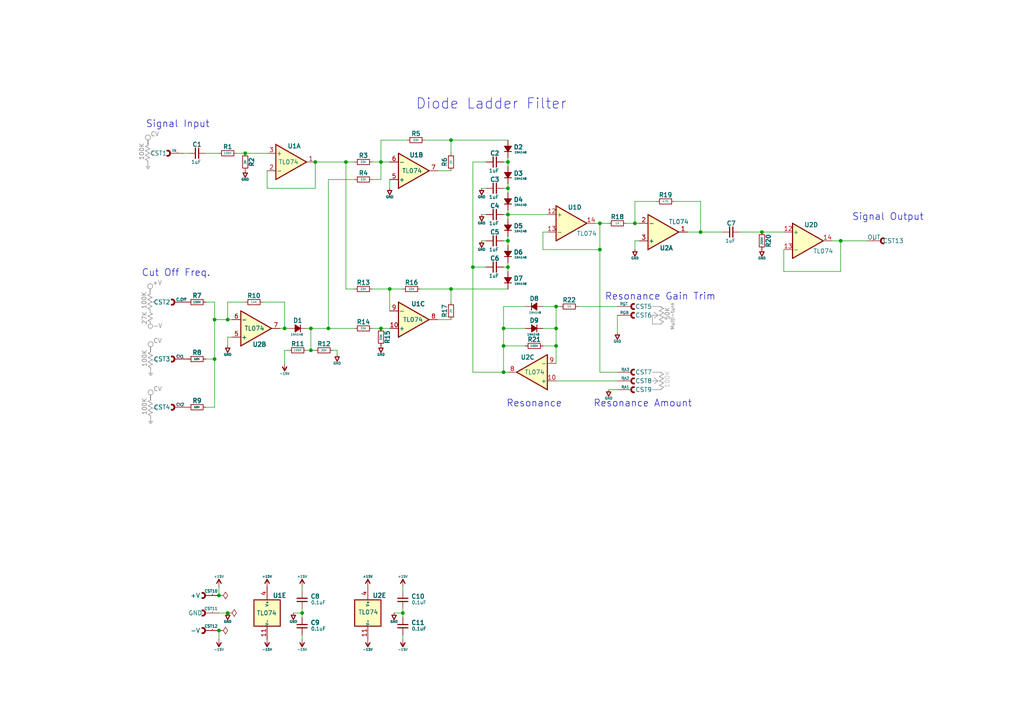
<source format=kicad_sch>
(kicad_sch (version 20250114) (generator "eeschema") (generator_version "9.0")
  (paper "A4")
  (title_block (title "Synth CHIPz module - Klein VCF") (date "2025-11-02") (rev "A") (company "Circuit Monkey") (comment 1 "MIT License") (comment 2 "https://www.youtube.com/watch?v=jvNNgUl3al0") (comment 3 "Based upon Moritz Klein's Diode Ladder Filter Design"))
  (circle (center 43.6099 94.6032) (radius 0.6403) (stroke (width 0) (color 132 132 132 0.59)))
  (circle (center 42.8888 39.8708) (radius 0.7297) (stroke (width 0) (color 132 132 132 0.6)))
  (circle (center 43.6817 99.8233) (radius 0.7297) (stroke (width 0) (color 132 132 132 0.59)))
  (circle (center 43.6817 113.7933) (radius 0.7297) (stroke (width 0) (color 132 132 132 0.59)))
  (circle (center 43.5608 83.0217) (radius 0.7297) (stroke (width 0) (color 132 132 132 0.59)))
  (text "+V" (at 45.5991 82.2584 0) (effects (font (size 1.27 1.27))))
  (text "CV" (at 45.72 113.03 0) (effects (font (size 1.27 1.27))))
  (text "100K" (at 41.91 118.11 90) (effects (font (size 1.27 1.27))))
  (text "CV" (at 45.72 99.06 0) (effects (font (size 1.27 1.27))))
  (text "100K" (at 193.548 110.236 90) (effects (font (size 1.27 1.27))))
  (text "100K" (at 41.91 104.14 90) (effects (font (size 1.27 1.27))))
  (text "Resonance" (at 154.94 117.094 0) (effects (font (size 2 2))))
  (text "CV" (at 44.9271 39.1075 0) (effects (font (size 1.27 1.27))))
  (text "100K" (at 41.1171 44.1875 90) (effects (font (size 1.27 1.27))))
  (text "Cut Off Freq." (at 51.054 79.248 0) (effects (font (size 2 2))))
  (text "Resonance Gain Trim" (at 191.516 86.106 0) (effects (font (size 2 2))))
  (text "Signal Input" (at 51.562 36.068 0) (effects (font (size 2 2))))
  (text "Diode Ladder Filter" (at 142.494 30.226 0) (effects (font (size 3 3))))
  (text "-V" (at 45.72 94.742 0) (effects (font (size 1.27 1.27))))
  (text "Multi-turn" (at 195.072 91.948 90) (effects (font (size 1 1))))
  (text "27K" (at 41.91 92.456 90) (effects (font (size 1.27 1.27))))
  (text "100K" (at 41.7891 87.3384 90) (effects (font (size 1.27 1.27))))
  (text "Resonance Amount" (at 186.436 117.094 0) (effects (font (size 2 2))))
  (text "50K" (at 193.548 91.186 90) (effects (font (size 1.27 1.27))))
  (text "Signal Output" (at 257.556 62.992 0) (effects (font (size 2 2))))
  (junction (at 161.29 88.9))
  (junction (at 66.04 92.71))
  (junction (at 147.32 54.61))
  (junction (at 110.49 95.25))
  (junction (at 147.32 69.85))
  (junction (at 110.49 46.99))
  (junction (at 220.98 67.31))
  (junction (at 173.99 72.39))
  (junction (at 137.16 77.47))
  (junction (at 146.05 100.33))
  (junction (at 173.99 64.77))
  (junction (at 147.32 46.99))
  (junction (at 90.17 101.6))
  (junction (at 91.44 46.99))
  (junction (at 243.84 69.85))
  (junction (at 63.5 182.88))
  (junction (at 87.63 177.8))
  (junction (at 130.81 40.64))
  (junction (at 146.05 107.95))
  (junction (at 63.5 172.72))
  (junction (at 95.25 95.25))
  (junction (at 130.81 83.82))
  (junction (at 71.12 44.45))
  (junction (at 66.04 177.8))
  (junction (at 90.17 95.25))
  (junction (at 147.32 77.47))
  (junction (at 161.29 100.33))
  (junction (at 184.15 64.77))
  (junction (at 62.23 104.14))
  (junction (at 161.29 95.25))
  (junction (at 62.23 92.71))
  (junction (at 147.32 62.23))
  (junction (at 100.33 46.99))
  (junction (at 203.2 67.31))
  (junction (at 116.84 177.8))
  (junction (at 113.03 83.82))
  (junction (at 146.05 95.25))
  (junction (at 82.55 95.25))
  (polyline (pts (xy 189.23 107.95) (xy 191.77 107.95)) (stroke (width 0) (color 132 132 132 0.49)))
  (wire (pts (xy 113.03 52.07) (xy 113.03 54.61)))
  (wire (pts (xy 146.05 95.25) (xy 146.05 100.33)))
  (wire (pts (xy 127 92.71) (xy 130.81 92.71)))
  (polyline (pts (xy 191.77 107.95) (xy 191.77 107.95)) (stroke (width 0) (color 132 132 132 0.49)))
  (polyline (pts (xy 191.77 113.03) (xy 191.77 113.03)) (stroke (width 0) (color 132 132 132 0.49)))
  (wire (pts (xy 130.81 40.64) (xy 130.81 44.45)))
  (polyline (pts (xy 43.5204 108.9309) (xy 43.8934 108.9309)) (stroke (width 0) (color 132 132 132 0.63)))
  (wire (pts (xy 62.23 92.71) (xy 62.23 104.14)))
  (wire (pts (xy 110.49 52.07) (xy 110.49 46.99)))
  (polyline (pts (xy 43.688 120.602) (xy 43.6813 120.602)) (stroke (width 0) (color 132 132 132 0.63)))
  (polyline (pts (xy 42.9741 102.4153) (xy 44.2454 103.1066)) (stroke (width 0) (color 132 132 132 0.63)))
  (polyline (pts (xy 42.9734 118.9305) (xy 44.2417 118.3525)) (stroke (width 0) (color 132 132 132 0.63)))
  (polyline (pts (xy 42.8951 41.9015) (xy 42.8951 42.188)) (stroke (width 0) (color 132 132 132 0.58)))
  (polyline (pts (xy 42.8495 88.1596) (xy 44.1208 88.8509)) (stroke (width 0) (color 132 132 132 0.63)))
  (polyline (pts (xy 191.77 88.9) (xy 191.77 88.9)) (stroke (width 0) (color 132 132 132 0.49)))
  (polyline (pts (xy 192.485 112.3311) (xy 191.8052 112.7165)) (stroke (width 0) (color 132 132 132 0.49)))
  (wire (pts (xy 161.29 88.9) (xy 161.29 95.25)))
  (polyline (pts (xy 42.8951 40.6315) (xy 42.8951 41.9015)) (stroke (width 0) (color 132 132 132 0.58)))
  (polyline (pts (xy 42.973 120.2051) (xy 43.6528 120.5905)) (stroke (width 0) (color 132 132 132 0.63)))
  (wire (pts (xy 184.15 64.77) (xy 185.42 64.77)))
  (wire (pts (xy 203.2 67.31) (xy 199.39 67.31)))
  (wire (pts (xy 147.32 76.2) (xy 147.32 77.47)))
  (wire (pts (xy 63.5 177.8) (xy 66.04 177.8)))
  (wire (pts (xy 147.32 46.99) (xy 147.32 48.26)))
  (polyline (pts (xy 43.5671 90.1324) (xy 43.5671 89.8304)) (stroke (width 0) (color 132 132 132 0.63)))
  (wire (pts (xy 87.63 176.53) (xy 87.63 177.8)))
  (polyline (pts (xy 192.4846 111.0565) (xy 191.2163 110.4785)) (stroke (width 0) (color 132 132 132 0.49)))
  (polyline (pts (xy 191.77 88.9) (xy 191.77 88.9)) (stroke (width 0) (color 132 132 132 0.49)))
  (polyline (pts (xy 42.1831 46.2819) (xy 43.4514 45.7039)) (stroke (width 0) (color 132 132 132 0.58)))
  (polyline (pts (xy 192.4876 111.0572) (xy 191.2163 111.7485)) (stroke (width 0) (color 132 132 132 0.49)))
  (wire (pts (xy 116.84 176.53) (xy 116.84 177.8)))
  (polyline (pts (xy 189.23 88.9) (xy 191.77 88.9)) (stroke (width 0) (color 132 132 132 0.49)))
  (polyline (pts (xy 45.5634 88.3797) (xy 44.4907 87.6088)) (stroke (width 0) (color 132 132 132 0.63)))
  (wire (pts (xy 146.05 77.47) (xy 147.32 77.47)))
  (polyline (pts (xy 42.9734 103.6917) (xy 44.2417 103.1137)) (stroke (width 0) (color 132 132 132 0.63)))
  (polyline (pts (xy 43.5671 83.7824) (xy 43.5671 85.0524)) (stroke (width 0) (color 132 132 132 0.63)))
  (polyline (pts (xy 42.8525 88.1589) (xy 44.1208 87.5809)) (stroke (width 0) (color 132 132 132 0.63)))
  (polyline (pts (xy 43.688 106.934) (xy 43.688 106.632)) (stroke (width 0) (color 132 132 132 0.63)))
  (polyline (pts (xy 42.8532 85.6137) (xy 44.1245 86.305)) (stroke (width 0) (color 132 132 132 0.63)))
  (wire (pts (xy 59.69 87.63) (xy 62.23 87.63)))
  (polyline (pts (xy 192.4876 92.0072) (xy 191.2163 92.6985)) (stroke (width 0) (color 132 132 132 0.49)))
  (wire (pts (xy 184.15 58.42) (xy 184.15 64.77)))
  (polyline (pts (xy 42.8495 86.8908) (xy 44.1208 87.5821)) (stroke (width 0) (color 132 132 132 0.63)))
  (wire (pts (xy 107.95 52.07) (xy 110.49 52.07)))
  (wire (pts (xy 147.32 60.96) (xy 147.32 62.23)))
  (wire (pts (xy 100.33 46.99) (xy 102.87 46.99)))
  (wire (pts (xy 157.48 72.39) (xy 157.48 67.31)))
  (polyline (pts (xy 45.6843 119.1513) (xy 44.6116 118.3804)) (stroke (width 0) (color 132 132 132 0.63)))
  (polyline (pts (xy 43.5671 89.8304) (xy 43.5604 89.8304)) (stroke (width 0) (color 132 132 132 0.63)))
  (wire (pts (xy 88.9 95.25) (xy 90.17 95.25)))
  (wire (pts (xy 53.34 44.45) (xy 54.61 44.45)))
  (wire (pts (xy 90.17 101.6) (xy 88.9 101.6)))
  (wire (pts (xy 90.17 95.25) (xy 90.17 101.6)))
  (polyline (pts (xy 189.7821 90.5681) (xy 190.8464 91.4396)) (stroke (width 0) (color 132 132 132 0.49)))
  (polyline (pts (xy 43.5671 83.7824) (xy 43.5671 85.0524)) (stroke (width 0) (color 132 132 132 0.63)))
  (wire (pts (xy 77.47 49.53) (xy 77.47 54.61)))
  (wire (pts (xy 62.23 104.14) (xy 62.23 118.11)))
  (polyline (pts (xy 42.9734 104.9605) (xy 44.2417 104.3825)) (stroke (width 0) (color 132 132 132 0.63)))
  (wire (pts (xy 85.09 177.8) (xy 87.63 177.8)))
  (wire (pts (xy 176.53 113.03) (xy 179.07 113.03)))
  (wire (pts (xy 203.2 58.42) (xy 203.2 67.31)))
  (wire (pts (xy 184.15 69.85) (xy 184.15 72.39)))
  (wire (pts (xy 173.99 64.77) (xy 173.99 72.39)))
  (wire (pts (xy 121.92 83.82) (xy 130.81 83.82)))
  (wire (pts (xy 66.04 92.71) (xy 67.31 92.71)))
  (polyline (pts (xy 42.9507 92.9304) (xy 44.219 92.3524)) (stroke (width 0) (color 132 132 132 0.63)))
  (wire (pts (xy 243.84 78.74) (xy 243.84 69.85)))
  (polyline (pts (xy 43.0572 122.2201) (xy 44.3272 122.2201)) (stroke (width 0) (color 132 132 132 0.63)))
  (polyline (pts (xy 44.6116 104.4104) (xy 44.6116 104.3936)) (stroke (width 0) (color 132 132 132 0.63)))
  (wire (pts (xy 146.05 88.9) (xy 146.05 95.25)))
  (wire (pts (xy 146.05 100.33) (xy 146.05 107.95)))
  (wire (pts (xy 147.32 54.61) (xy 147.32 55.88)))
  (wire (pts (xy 63.5 170.18) (xy 63.5 172.72)))
  (polyline (pts (xy 43.5215 122.884) (xy 43.8945 122.884)) (stroke (width 0) (color 132 132 132 0.63)))
  (wire (pts (xy 116.84 177.8) (xy 116.84 179.07)))
  (polyline (pts (xy 191.77 107.95) (xy 191.77 108.2365)) (stroke (width 0) (color 132 132 132 0.49)))
  (polyline (pts (xy 189.23 93.98) (xy 191.77 93.98)) (stroke (width 0) (color 132 132 132 0.49)))
  (wire (pts (xy 123.19 40.64) (xy 130.81 40.64)))
  (polyline (pts (xy 189.23 91.44) (xy 189.23 93.98)) (stroke (width 0) (color 132 132 132 0.49)))
  (wire (pts (xy 203.2 67.31) (xy 209.55 67.31)))
  (polyline (pts (xy 43.688 100.584) (xy 43.688 101.854)) (stroke (width 0) (color 132 132 132 0.63)))
  (wire (pts (xy 116.84 184.15) (xy 116.84 185.42)))
  (wire (pts (xy 95.25 95.25) (xy 102.87 95.25)))
  (wire (pts (xy 81.28 95.25) (xy 82.55 95.25)))
  (polyline (pts (xy 42.1842 42.4621) (xy 42.909 42.1829)) (stroke (width 0) (color 132 132 132 0.58)))
  (wire (pts (xy 91.44 46.99) (xy 100.33 46.99)))
  (polyline (pts (xy 192.4876 90.7384) (xy 191.2163 91.4297)) (stroke (width 0) (color 132 132 132 0.49)))
  (polyline (pts (xy 190.8464 110.5064) (xy 190.8464 110.4896)) (stroke (width 0) (color 132 132 132 0.49)))
  (polyline (pts (xy 42.7286 48.9615) (xy 43.1016 48.9615)) (stroke (width 0) (color 132 132 132 0.58)))
  (wire (pts (xy 146.05 62.23) (xy 147.32 62.23)))
  (polyline (pts (xy 42.8562 85.613) (xy 43.581 85.3338)) (stroke (width 0) (color 132 132 132 0.63)))
  (polyline (pts (xy 43.688 115.824) (xy 43.688 116.1105)) (stroke (width 0) (color 132 132 132 0.63)))
  (polyline (pts (xy 191.77 112.728) (xy 191.7767 112.728)) (stroke (width 0) (color 132 132 132 0.49)))
  (wire (pts (xy 97.79 101.6) (xy 96.52 101.6)))
  (polyline (pts (xy 43.688 100.584) (xy 43.688 101.854)) (stroke (width 0) (color 132 132 132 0.63)))
  (wire (pts (xy 110.49 95.25) (xy 113.03 95.25)))
  (wire (pts (xy 147.32 62.23) (xy 158.75 62.23)))
  (polyline (pts (xy 43.688 100.584) (xy 43.688 101.854)) (stroke (width 0) (color 132 132 132 0.63)))
  (wire (pts (xy 110.49 40.64) (xy 110.49 46.99)))
  (polyline (pts (xy 42.8951 40.6315) (xy 42.8951 41.9015)) (stroke (width 0) (color 132 132 132 0.58)))
  (wire (pts (xy 227.33 72.39) (xy 227.33 78.74)))
  (wire (pts (xy 195.58 58.42) (xy 203.2 58.42)))
  (wire (pts (xy 243.84 69.85) (xy 251.46 69.85)))
  (wire (pts (xy 66.04 97.79) (xy 67.31 97.79)))
  (polyline (pts (xy 42.8951 42.188) (xy 42.8973 42.188)) (stroke (width 0) (color 132 132 132 0.58)))
  (polyline (pts (xy 43.5671 83.7824) (xy 43.5671 85.0524)) (stroke (width 0) (color 132 132 132 0.63)))
  (wire (pts (xy 87.63 184.15) (xy 87.63 185.42)))
  (polyline (pts (xy 191.77 107.95) (xy 191.77 107.95)) (stroke (width 0) (color 132 132 132 0.49)))
  (polyline (pts (xy 45.555 86.7205) (xy 44.4907 87.592)) (stroke (width 0) (color 132 132 132 0.63)))
  (wire (pts (xy 157.48 100.33) (xy 161.29 100.33)))
  (wire (pts (xy 59.69 104.14) (xy 62.23 104.14)))
  (wire (pts (xy 146.05 88.9) (xy 152.4 88.9)))
  (polyline (pts (xy 192.4809 89.4606) (xy 191.7561 89.1814)) (stroke (width 0) (color 132 132 132 0.49)))
  (wire (pts (xy 137.16 77.47) (xy 140.97 77.47)))
  (polyline (pts (xy 43.8187 44.4579) (xy 43.8187 44.4411)) (stroke (width 0) (color 132 132 132 0.58)))
  (polyline (pts (xy 191.77 93.98) (xy 191.77 93.678)) (stroke (width 0) (color 132 132 132 0.49)))
  (polyline (pts (xy 192.4846 109.7877) (xy 191.2163 109.2097)) (stroke (width 0) (color 132 132 132 0.49)))
  (wire (pts (xy 118.11 40.64) (xy 110.49 40.64)))
  (wire (pts (xy 95.25 52.07) (xy 102.87 52.07)))
  (polyline (pts (xy 42.8951 40.6315) (xy 42.8951 41.9015)) (stroke (width 0) (color 132 132 132 0.58)))
  (wire (pts (xy 100.33 83.82) (xy 102.87 83.82)))
  (polyline (pts (xy 43.688 114.554) (xy 43.688 115.824)) (stroke (width 0) (color 132 132 132 0.63)))
  (polyline (pts (xy 43.5671 90.1324) (xy 43.567 90.7185)) (stroke (width 0) (color 132 132 132 0.63)))
  (wire (pts (xy 137.16 46.99) (xy 137.16 77.47)))
  (polyline (pts (xy 42.8951 46.9815) (xy 42.8951 46.6795)) (stroke (width 0) (color 132 132 132 0.58)))
  (wire (pts (xy 82.55 105.41) (xy 82.55 101.6)))
  (wire (pts (xy 157.48 67.31) (xy 158.75 67.31)))
  (polyline (pts (xy 42.973 106.2351) (xy 43.6528 106.6205)) (stroke (width 0) (color 132 132 132 0.63)))
  (wire (pts (xy 172.72 64.77) (xy 173.99 64.77)))
  (wire (pts (xy 91.44 54.61) (xy 91.44 46.99)))
  (wire (pts (xy 59.69 44.45) (xy 63.5 44.45)))
  (polyline (pts (xy 45.6759 103.5221) (xy 44.6116 104.3936)) (stroke (width 0) (color 132 132 132 0.63)))
  (polyline (pts (xy 42.9704 103.6924) (xy 44.2417 104.3837)) (stroke (width 0) (color 132 132 132 0.63)))
  (wire (pts (xy 173.99 64.77) (xy 176.53 64.77)))
  (polyline (pts (xy 43.688 114.554) (xy 43.688 115.824)) (stroke (width 0) (color 132 132 132 0.63)))
  (wire (pts (xy 66.04 87.63) (xy 66.04 92.71)))
  (polyline (pts (xy 42.976 106.2344) (xy 44.2443 105.6564)) (stroke (width 0) (color 132 132 132 0.63)))
  (polyline (pts (xy 42.976 120.2044) (xy 44.2443 119.6264)) (stroke (width 0) (color 132 132 132 0.63)))
  (polyline (pts (xy 191.77 88.9) (xy 191.77 88.9)) (stroke (width 0) (color 132 132 132 0.49)))
  (wire (pts (xy 179.07 91.44) (xy 179.07 96.52)))
  (polyline (pts (xy 190.8464 91.4564) (xy 190.8464 91.4396)) (stroke (width 0) (color 132 132 132 0.49)))
  (wire (pts (xy 147.32 45.72) (xy 147.32 46.99)))
  (wire (pts (xy 127 49.53) (xy 130.81 49.53)))
  (polyline (pts (xy 42.8951 40.6315) (xy 42.8951 41.9015)) (stroke (width 0) (color 132 132 132 0.58)))
  (polyline (pts (xy 43.688 116.1105) (xy 43.6902 116.1105)) (stroke (width 0) (color 132 132 132 0.63)))
  (polyline (pts (xy 42.9481 91.6565) (xy 44.2164 91.0785)) (stroke (width 0) (color 132 132 132 0.63)))
  (polyline (pts (xy 42.9477 92.9311) (xy 43.6275 93.3165)) (stroke (width 0) (color 132 132 132 0.63)))
  (wire (pts (xy 76.2 87.63) (xy 82.55 87.63)))
  (wire (pts (xy 62.23 87.63) (xy 62.23 92.71)))
  (wire (pts (xy 146.05 95.25) (xy 152.4 95.25)))
  (wire (pts (xy 190.5 58.42) (xy 184.15 58.42)))
  (wire (pts (xy 227.33 78.74) (xy 243.84 78.74)))
  (wire (pts (xy 139.7 54.61) (xy 140.97 54.61)))
  (polyline (pts (xy 44.8914 45.2288) (xy 43.8187 44.4579)) (stroke (width 0) (color 132 132 132 0.58)))
  (polyline (pts (xy 42.1805 45.008) (xy 43.4488 44.43)) (stroke (width 0) (color 132 132 132 0.58)))
  (polyline (pts (xy 44.6116 118.3804) (xy 44.6116 118.3636)) (stroke (width 0) (color 132 132 132 0.63)))
  (wire (pts (xy 146.05 54.61) (xy 147.32 54.61)))
  (wire (pts (xy 90.17 95.25) (xy 95.25 95.25)))
  (polyline (pts (xy 189.7737 111.2773) (xy 190.8464 110.5064)) (stroke (width 0) (color 132 132 132 0.49)))
  (wire (pts (xy 77.47 54.61) (xy 91.44 54.61)))
  (polyline (pts (xy 42.2643 48.2976) (xy 43.5343 48.2976)) (stroke (width 0) (color 132 132 132 0.58)))
  (wire (pts (xy 220.98 67.31) (xy 227.33 67.31)))
  (polyline (pts (xy 189.23 110.49) (xy 190.5 110.49)) (stroke (width 0) (color 132 132 132 0.49)))
  (wire (pts (xy 147.32 69.85) (xy 147.32 71.12)))
  (polyline (pts (xy 42.1812 42.4628) (xy 43.4525 43.1541)) (stroke (width 0) (color 132 132 132 0.58)))
  (polyline (pts (xy 189.7737 92.2273) (xy 190.8464 91.4564)) (stroke (width 0) (color 132 132 132 0.49)))
  (wire (pts (xy 181.61 64.77) (xy 184.15 64.77)))
  (polyline (pts (xy 42.8521 89.4335) (xy 43.5319 89.8189)) (stroke (width 0) (color 132 132 132 0.63)))
  (wire (pts (xy 214.63 67.31) (xy 220.98 67.31)))
  (polyline (pts (xy 192.485 93.2811) (xy 191.8052 93.6665)) (stroke (width 0) (color 132 132 132 0.49)))
  (wire (pts (xy 147.32 107.95) (xy 146.05 107.95)))
  (wire (pts (xy 185.42 69.85) (xy 184.15 69.85)))
  (polyline (pts (xy 43.6256 93.3179) (xy 43.6256 93.9543)) (stroke (width 0) (color 132 132 132 0.63)))
  (wire (pts (xy 130.81 83.82) (xy 147.32 83.82)))
  (polyline (pts (xy 192.4846 92.0065) (xy 191.2163 91.4285)) (stroke (width 0) (color 132 132 132 0.49)))
  (polyline (pts (xy 42.8951 40.6315) (xy 42.8951 41.9015)) (stroke (width 0) (color 132 132 132 0.58)))
  (wire (pts (xy 68.58 44.45) (xy 71.12 44.45)))
  (polyline (pts (xy 43.5671 85.3389) (xy 43.5693 85.3389)) (stroke (width 0) (color 132 132 132 0.63)))
  (wire (pts (xy 114.3 177.8) (xy 116.84 177.8)))
  (polyline (pts (xy 42.8951 46.6795) (xy 42.8884 46.6795)) (stroke (width 0) (color 132 132 132 0.58)))
  (polyline (pts (xy 189.23 91.44) (xy 190.5 91.44)) (stroke (width 0) (color 132 132 132 0.49)))
  (polyline (pts (xy 43.2679 122.5633) (xy 44.1109 122.5633)) (stroke (width 0) (color 132 132 132 0.63)))
  (polyline (pts (xy 42.9734 117.6617) (xy 44.2417 117.0837)) (stroke (width 0) (color 132 132 132 0.63)))
  (wire (pts (xy 90.17 101.6) (xy 91.44 101.6)))
  (wire (pts (xy 137.16 46.99) (xy 140.97 46.99)))
  (wire (pts (xy 116.84 170.18) (xy 116.84 171.45)))
  (wire (pts (xy 107.95 46.99) (xy 110.49 46.99)))
  (wire (pts (xy 146.05 107.95) (xy 137.16 107.95)))
  (polyline (pts (xy 191.77 89.1865) (xy 191.7678 89.1865)) (stroke (width 0) (color 132 132 132 0.49)))
  (wire (pts (xy 167.64 88.9) (xy 179.07 88.9)))
  (wire (pts (xy 147.32 68.58) (xy 147.32 69.85)))
  (wire (pts (xy 107.95 95.25) (xy 110.49 95.25)))
  (wire (pts (xy 63.5 182.88) (xy 63.5 185.42)))
  (wire (pts (xy 66.04 100.33) (xy 66.04 97.79)))
  (polyline (pts (xy 191.77 93.678) (xy 191.7767 93.678)) (stroke (width 0) (color 132 132 132 0.49)))
  (polyline (pts (xy 42.8962 46.9646) (xy 42.8962 48.2346)) (stroke (width 0) (color 132 132 132 0.58)))
  (wire (pts (xy 161.29 100.33) (xy 161.29 95.25)))
  (wire (pts (xy 157.48 95.25) (xy 161.29 95.25)))
  (polyline (pts (xy 191.77 108.2365) (xy 191.7678 108.2365)) (stroke (width 0) (color 132 132 132 0.49)))
  (wire (pts (xy 146.05 100.33) (xy 152.4 100.33)))
  (wire (pts (xy 161.29 105.41) (xy 161.29 100.33)))
  (polyline (pts (xy 42.9741 116.3853) (xy 44.2454 117.0766)) (stroke (width 0) (color 132 132 132 0.63)))
  (polyline (pts (xy 43.688 114.554) (xy 43.688 115.824)) (stroke (width 0) (color 132 132 132 0.63)))
  (polyline (pts (xy 191.77 88.9) (xy 191.77 88.9)) (stroke (width 0) (color 132 132 132 0.49)))
  (polyline (pts (xy 192.482 93.2804) (xy 191.2137 92.7024)) (stroke (width 0) (color 132 132 132 0.49)))
  (polyline (pts (xy 42.1805 43.7392) (xy 43.4488 43.1612)) (stroke (width 0) (color 132 132 132 0.58)))
  (wire (pts (xy 173.99 107.95) (xy 179.07 107.95)))
  (polyline (pts (xy 42.9704 117.6624) (xy 44.2417 118.3537)) (stroke (width 0) (color 132 132 132 0.63)))
  (polyline (pts (xy 191.77 93.98) (xy 191.77 93.98)) (stroke (width 0) (color 132 132 132 0.49)))
  (wire (pts (xy 147.32 53.34) (xy 147.32 54.61)))
  (polyline (pts (xy 192.482 112.3304) (xy 191.2137 111.7524)) (stroke (width 0) (color 132 132 132 0.49)))
  (wire (pts (xy 146.05 46.99) (xy 147.32 46.99)))
  (wire (pts (xy 173.99 72.39) (xy 157.48 72.39)))
  (polyline (pts (xy 42.9771 116.3846) (xy 43.7019 116.1054)) (stroke (width 0) (color 132 132 132 0.63)))
  (wire (pts (xy 71.12 87.63) (xy 66.04 87.63)))
  (polyline (pts (xy 42.8551 89.4328) (xy 44.1234 88.8548)) (stroke (width 0) (color 132 132 132 0.63)))
  (polyline (pts (xy 44.4907 87.6088) (xy 44.4907 87.592)) (stroke (width 0) (color 132 132 132 0.63)))
  (wire (pts (xy 173.99 72.39) (xy 173.99 107.95)))
  (polyline (pts (xy 43.688 101.854) (xy 43.688 102.1405)) (stroke (width 0) (color 132 132 132 0.63)))
  (polyline (pts (xy 43.688 120.904) (xy 43.688 120.602)) (stroke (width 0) (color 132 132 132 0.63)))
  (wire (pts (xy 59.69 118.11) (xy 62.23 118.11)))
  (wire (pts (xy 100.33 46.99) (xy 100.33 83.82)))
  (wire (pts (xy 97.79 101.6) (xy 97.79 102.87)))
  (polyline (pts (xy 42.9451 91.6572) (xy 44.2164 92.3485)) (stroke (width 0) (color 132 132 132 0.63)))
  (wire (pts (xy 147.32 62.23) (xy 147.32 63.5)))
  (polyline (pts (xy 42.1775 45.0087) (xy 43.4488 45.7)) (stroke (width 0) (color 132 132 132 0.58)))
  (wire (pts (xy 130.81 83.82) (xy 130.81 87.63)))
  (polyline (pts (xy 42.9704 118.9312) (xy 44.2417 119.6225)) (stroke (width 0) (color 132 132 132 0.63)))
  (wire (pts (xy 130.81 40.64) (xy 147.32 40.64)))
  (wire (pts (xy 107.95 83.82) (xy 113.03 83.82)))
  (wire (pts (xy 62.23 92.71) (xy 66.04 92.71)))
  (polyline (pts (xy 192.4839 108.5113) (xy 191.2126 109.2026)) (stroke (width 0) (color 132 132 132 0.49)))
  (polyline (pts (xy 42.475 48.6408) (xy 43.318 48.6408)) (stroke (width 0) (color 132 132 132 0.58)))
  (polyline (pts (xy 43.688 102.1405) (xy 43.6902 102.1405)) (stroke (width 0) (color 132 132 132 0.63)))
  (polyline (pts (xy 43.6891 120.8871) (xy 43.6891 122.1571)) (stroke (width 0) (color 132 132 132 0.63)))
  (wire (pts (xy 82.55 95.25) (xy 83.82 95.25)))
  (wire (pts (xy 243.84 69.85) (xy 241.3 69.85)))
  (wire (pts (xy 95.25 52.07) (xy 95.25 95.25)))
  (polyline (pts (xy 45.6759 117.4921) (xy 44.6116 118.3636)) (stroke (width 0) (color 132 132 132 0.63)))
  (polyline (pts (xy 43.5694 90.725) (xy 44.2164 91.0797)) (stroke (width 0) (color 132 132 132 0.63)))
  (polyline (pts (xy 42.9771 102.4146) (xy 43.7019 102.1354)) (stroke (width 0) (color 132 132 132 0.63)))
  (polyline (pts (xy 43.688 114.554) (xy 43.688 115.824)) (stroke (width 0) (color 132 132 132 0.63)))
  (polyline (pts (xy 191.77 107.95) (xy 191.77 107.95)) (stroke (width 0) (color 132 132 132 0.49)))
  (polyline (pts (xy 45.6843 105.1813) (xy 44.6116 104.4104)) (stroke (width 0) (color 132 132 132 0.63)))
  (wire (pts (xy 161.29 88.9) (xy 162.56 88.9)))
  (polyline (pts (xy 43.688 100.584) (xy 43.688 101.854)) (stroke (width 0) (color 132 132 132 0.63)))
  (polyline (pts (xy 189.7821 109.6181) (xy 190.8464 110.4896)) (stroke (width 0) (color 132 132 132 0.49)))
  (polyline (pts (xy 192.4839 89.4613) (xy 191.2126 90.1526)) (stroke (width 0) (color 132 132 132 0.49)))
  (wire (pts (xy 146.05 69.85) (xy 147.32 69.85)))
  (wire (pts (xy 161.29 88.9) (xy 157.48 88.9)))
  (wire (pts (xy 137.16 77.47) (xy 137.16 107.95)))
  (polyline (pts (xy 43.0561 108.267) (xy 44.3261 108.267)) (stroke (width 0) (color 132 132 132 0.63)))
  (polyline (pts (xy 42.1775 43.7399) (xy 43.4488 44.4312)) (stroke (width 0) (color 132 132 132 0.58)))
  (wire (pts (xy 113.03 83.82) (xy 113.03 90.17)))
  (polyline (pts (xy 43.5671 85.0524) (xy 43.5671 85.3389)) (stroke (width 0) (color 132 132 132 0.63)))
  (polyline (pts (xy 43.2668 108.6102) (xy 44.1098 108.6102)) (stroke (width 0) (color 132 132 132 0.63)))
  (wire (pts (xy 87.63 177.8) (xy 87.63 179.07)))
  (polyline (pts (xy 43.688 106.934) (xy 43.688 108.204)) (stroke (width 0) (color 132 132 132 0.63)))
  (polyline (pts (xy 192.4876 109.7884) (xy 191.2163 110.4797)) (stroke (width 0) (color 132 132 132 0.49)))
  (polyline (pts (xy 43.5671 83.7824) (xy 43.5671 85.0524)) (stroke (width 0) (color 132 132 132 0.63)))
  (wire (pts (xy 71.12 44.45) (xy 77.47 44.45)))
  (polyline (pts (xy 191.77 107.95) (xy 191.77 107.95)) (stroke (width 0) (color 132 132 132 0.49)))
  (polyline (pts (xy 189.23 113.03) (xy 191.77 113.03)) (stroke (width 0) (color 132 132 132 0.49)))
  (wire (pts (xy 113.03 83.82) (xy 116.84 83.82)))
  (polyline (pts (xy 191.77 113.03) (xy 191.77 112.728)) (stroke (width 0) (color 132 132 132 0.49)))
  (wire (pts (xy 139.7 69.85) (xy 140.97 69.85)))
  (polyline (pts (xy 43.688 114.554) (xy 43.688 115.824)) (stroke (width 0) (color 132 132 132 0.63)))
  (wire (pts (xy 82.55 87.63) (xy 82.55 95.25)))
  (wire (pts (xy 110.49 46.99) (xy 113.03 46.99)))
  (polyline (pts (xy 42.1801 46.2826) (xy 42.8599 46.668)) (stroke (width 0) (color 132 132 132 0.58)))
  (polyline (pts (xy 192.4846 90.7377) (xy 191.2163 90.1597)) (stroke (width 0) (color 132 132 132 0.49)))
  (polyline (pts (xy 191.77 88.9) (xy 191.77 88.9)) (stroke (width 0) (color 132 132 132 0.49)))
  (polyline (pts (xy 42.9704 104.9612) (xy 44.2417 105.6525)) (stroke (width 0) (color 132 132 132 0.63)))
  (wire (pts (xy 82.55 101.6) (xy 83.82 101.6)))
  (polyline (pts (xy 44.883 43.5696) (xy 43.8187 44.4411)) (stroke (width 0) (color 132 132 132 0.58)))
  (polyline (pts (xy 43.688 100.584) (xy 43.688 101.854)) (stroke (width 0) (color 132 132 132 0.63)))
  (wire (pts (xy 147.32 77.47) (xy 147.32 78.74)))
  (polyline (pts (xy 192.4809 108.5106) (xy 191.7561 108.2314)) (stroke (width 0) (color 132 132 132 0.49)))
  (polyline (pts (xy 42.8525 86.8901) (xy 44.1208 86.3121)) (stroke (width 0) (color 132 132 132 0.63)))
  (wire (pts (xy 87.63 170.18) (xy 87.63 171.45)))
  (wire (pts (xy 161.29 110.49) (xy 179.07 110.49)))
  (polyline (pts (xy 191.77 88.9) (xy 191.77 89.1865)) (stroke (width 0) (color 132 132 132 0.49)))
  (wire (pts (xy 139.7 62.23) (xy 140.97 62.23)))
  (polyline (pts (xy 43.5671 83.7824) (xy 43.5671 85.0524)) (stroke (width 0) (color 132 132 132 0.63)))
  (polyline (pts (xy 43.688 106.632) (xy 43.6813 106.632)) (stroke (width 0) (color 132 132 132 0.63)))
  (polyline (pts (xy 191.77 107.95) (xy 191.77 107.95)) (stroke (width 0) (color 132 132 132 0.49)))
  (symbol (lib_id "CM_Device:R") (at 220.98 69.85 0) (unit 1)
    (property "Reference" "R20" (at 222.855 69.85 90) (effects (font (thickness 0.254) (bold yes))))
    (property "Value" "200K" (at 220.98 69.85 90) (effects (font (size 0.6 0.6) (thickness 0.0875))))
    (property "Footprint" "CM_Resistor_Capacitor:R_0603_1608Metric" (effects (hide yes)))
    (property "Description" "Resistor, symbol" (effects (hide yes)))
  )
  (symbol (lib_id "CM_power:+15V") (at 63.5 170.18 0) (unit 1)
    (property "Reference" "#PWR0110" (effects (hide yes)))
    (property "Value" "+15V" (at 63.5 167.68 0) (effects (font (size 0.7 0.7) (thickness 0.14) (bold yes)) (justify bottom)))
    (property "Description" "Power symbol creates a global label with name \"+15V\"" (effects (hide yes)))
  )
  (symbol (lib_id "CM_Connector_Generic:cast-01") (at 60.96 172.72 0) (unit 1) (in_bom no)
    (property "Reference" "CST10" (at 61.214 171.45 0) (effects (font (size 0.8 0.8))))
    (property "Value" "+V" (at 56.642 172.72 0))
    (property "Footprint" "CM_Connector_Castelated:cast-2.0-01P" (effects (hide yes)))
    (property "Description" "Castelated PCB Edge - 2.0mm - 1P" (effects (hide yes)))
  )
  (symbol (lib_id "CM_Device:C") (at 143.51 46.99 90) (unit 1)
    (property "Reference" "C2" (at 143.51 44.45 90) (effects (font (thickness 0.254) (bold yes))))
    (property "Value" "1uF" (at 143.256 49.53 90) (effects (font (size 1 1))))
    (property "Footprint" "CM_Resistor_Capacitor:C_0603_1608Metric" (effects (hide yes)))
    (property "Description" "Unpolarized capacitor, small symbol" (effects (hide yes)))
  )
  (symbol (lib_id "CM_Connector_Generic:cast-01") (at 181.61 110.49 180) (unit 1) (in_bom no)
    (property "Reference" "CST8" (at 186.69 110.49 0))
    (property "Value" "RA2" (at 181.356 109.728 0) (effects (font (size 0.8 0.8))))
    (property "Footprint" "CM_Connector_Castelated:cast-2.0-01P" (effects (hide yes)))
    (property "Description" "Castelated PCB Edge - 2.0mm - 1P" (effects (hide yes)))
  )
  (symbol (lib_id "Device:D_Small_Filled") (at 154.94 88.9 0) (mirror x) (unit 1)
    (property "Reference" "D8" (at 154.94 86.614 0) (effects (font (thickness 0.254) (bold yes))))
    (property "Value" "1N4148" (at 155.194 90.678 0) (effects (font (size 0.6 0.6) (thickness 0.12) (bold yes))))
    (property "Footprint" "Diode_SMD:D_SOD-123" (effects (hide yes)))
    (property "Description" "Diode, small symbol, filled shape" (effects (hide yes)))
    (property "Sim.Device" "D" (effects (hide yes)))
    (property "Sim.Pins" "1=K 2=A" (effects (hide yes)))
  )
  (symbol (lib_id "CM_Device:R") (at 130.81 90.17 180) (unit 1)
    (property "Reference" "R17" (at 128.935 90.17 90) (effects (font (thickness 0.254) (bold yes))))
    (property "Value" "2K" (at 130.81 90.17 90) (effects (font (size 0.6 0.6) (thickness 0.0875))))
    (property "Footprint" "CM_Resistor_Capacitor:R_0603_1608Metric" (effects (hide yes)))
    (property "Description" "Resistor, symbol" (effects (hide yes)))
  )
  (symbol (lib_id "CM_power:-15V") (at 116.84 185.42 180) (unit 1)
    (property "Reference" "#PWR0116" (effects (hide yes)))
    (property "Value" "-15V" (at 116.84 187.92 0) (effects (font (size 0.7 0.7) (thickness 0.14) (bold yes)) (justify bottom)))
    (property "Description" "Power symbol creates a global label with name \"-15V\"" (effects (hide yes)))
  )
  (symbol (lib_id "power:PWR_FLAG") (at 66.04 177.8 270) (unit 1)
    (property "Reference" "#FLG01" (effects (hide yes)))
    (property "Value" "PWR_FLAG" (effects (hide yes)))
    (property "Description" "Special symbol for telling ERC where power comes from" (effects (hide yes)))
  )
  (symbol (lib_id "CM_Device:C") (at 143.51 69.85 90) (unit 1)
    (property "Reference" "C5" (at 143.51 67.31 90) (effects (font (thickness 0.254) (bold yes))))
    (property "Value" "1uF" (at 143.256 72.39 90) (effects (font (size 1 1))))
    (property "Footprint" "CM_Resistor_Capacitor:C_0603_1608Metric" (effects (hide yes)))
    (property "Description" "Unpolarized capacitor, small symbol" (effects (hide yes)))
  )
  (symbol (lib_id "CM_Device:R") (at 71.12 46.99 0) (unit 1)
    (property "Reference" "R2" (at 72.995 46.99 90) (effects (font (thickness 0.254) (bold yes))))
    (property "Value" "2K" (at 71.12 46.99 90) (effects (font (size 0.6 0.6) (thickness 0.0875))))
    (property "Footprint" "CM_Resistor_Capacitor:R_0603_1608Metric" (effects (hide yes)))
    (property "Description" "Resistor, symbol" (effects (hide yes)))
  )
  (symbol (lib_id "CM_power:-15V") (at 82.55 105.41 180) (unit 1)
    (property "Reference" "#PWR0118" (effects (hide yes)))
    (property "Value" "-15V" (at 82.55 107.91 0) (effects (font (size 0.7 0.7) (thickness 0.14) (bold yes)) (justify bottom)))
    (property "Description" "Power symbol creates a global label with name \"-15V\"" (effects (hide yes)))
  )
  (symbol (lib_id "CM_power:GND") (at 113.03 54.61 0) (unit 1)
    (property "Reference" "#PWR0103" (effects (hide yes)))
    (property "Value" "GND" (at 113.03 56.71 0) (effects (font (size 0.7 0.7)) (justify top)))
    (property "Description" "Power symbol creates a global label with name \"GND\" , ground" (effects (hide yes)))
  )
  (symbol (lib_id "CM_Connector_Generic:cast-01") (at 60.96 182.88 0) (unit 1) (in_bom no)
    (property "Reference" "CST12" (at 61.214 181.61 0) (effects (font (size 0.8 0.8))))
    (property "Value" "-V" (at 56.642 182.88 0))
    (property "Footprint" "CM_Connector_Castelated:cast-2.0-01P" (effects (hide yes)))
    (property "Description" "Castelated PCB Edge - 2.0mm - 1P" (effects (hide yes)))
  )
  (symbol (lib_id "CM_Device:R") (at 105.41 52.07 90) (unit 1)
    (property "Reference" "R4" (at 105.41 50.195 90) (effects (font (thickness 0.254) (bold yes))))
    (property "Value" "33K" (at 105.41 52.07 90) (effects (font (size 0.6 0.6) (thickness 0.0875))))
    (property "Footprint" "CM_Resistor_Capacitor:R_0603_1608Metric" (effects (hide yes)))
    (property "Description" "Resistor, symbol" (effects (hide yes)))
  )
  (symbol (lib_id "CM_Device:C") (at 57.15 44.45 90) (unit 1)
    (property "Reference" "C1" (at 57.15 41.91 90) (effects (font (thickness 0.254) (bold yes))))
    (property "Value" "1uF" (at 56.896 46.99 90) (effects (font (size 1 1))))
    (property "Footprint" "CM_Resistor_Capacitor:C_0603_1608Metric" (effects (hide yes)))
    (property "Description" "Unpolarized capacitor, small symbol" (effects (hide yes)))
  )
  (symbol (lib_id "Device:D_Small_Filled") (at 86.36 95.25 180) (unit 1)
    (property "Reference" "D1" (at 86.36 92.964 0) (effects (font (thickness 0.254) (bold yes))))
    (property "Value" "1N4148" (at 86.106 97.028 0) (effects (font (size 0.6 0.6) (thickness 0.12) (bold yes))))
    (property "Footprint" "Diode_SMD:D_SOD-123" (effects (hide yes)))
    (property "Description" "Diode, small symbol, filled shape" (effects (hide yes)))
    (property "Sim.Device" "D" (effects (hide yes)))
    (property "Sim.Pins" "1=K 2=A" (effects (hide yes)))
  )
  (symbol (lib_id "CM_power:GND") (at 139.7 69.85 0) (unit 1)
    (property "Reference" "#PWR0123" (effects (hide yes)))
    (property "Value" "GND" (at 139.7 71.95 0) (effects (font (size 0.7 0.7)) (justify top)))
    (property "Description" "Power symbol creates a global label with name \"GND\" , ground" (effects (hide yes)))
  )
  (symbol (lib_id "CM_Device:R") (at 73.66 87.63 90) (unit 1)
    (property "Reference" "R10" (at 73.66 85.755 90) (effects (font (thickness 0.254) (bold yes))))
    (property "Value" "14K" (at 73.66 87.63 90) (effects (font (size 0.6 0.6) (thickness 0.0875))))
    (property "Footprint" "CM_Resistor_Capacitor:R_0603_1608Metric" (effects (hide yes)))
    (property "Description" "Resistor, symbol" (effects (hide yes)))
  )
  (symbol (lib_id "CM_Connector_Generic:cast-01") (at 52.07 104.14 0) (unit 1) (in_bom no)
    (property "Reference" "CST3" (at 46.99 104.14 0))
    (property "Value" "CV1" (at 51.054 103.378 0) (effects (font (size 0.8 0.8)) (justify left)))
    (property "Footprint" "CM_Connector_Castelated:cast-2.0-01P" (effects (hide yes)))
    (property "Description" "Castelated PCB Edge - 2.0mm - 1P" (effects (hide yes)))
  )
  (symbol (lib_id "CM_Device:R") (at 57.15 87.63 90) (unit 1)
    (property "Reference" "R7" (at 57.15 85.755 90) (effects (font (thickness 0.254) (bold yes))))
    (property "Value" "100K" (at 57.15 87.63 90) (effects (font (size 0.6 0.6) (thickness 0.0875))))
    (property "Footprint" "CM_Resistor_Capacitor:R_0603_1608Metric" (effects (hide yes)))
    (property "Description" "Resistor, symbol" (effects (hide yes)))
  )
  (symbol (lib_id "CM_power:+15V") (at 77.47 170.18 0) (unit 1)
    (property "Reference" "#PWR0108" (effects (hide yes)))
    (property "Value" "+15V" (at 77.47 167.68 0) (effects (font (size 0.7 0.7) (thickness 0.14) (bold yes)) (justify bottom)))
    (property "Description" "Power symbol creates a global label with name \"+15V\"" (effects (hide yes)))
  )
  (symbol (lib_id "CM_power:-15V") (at 106.68 185.42 180) (unit 1)
    (property "Reference" "#PWR0115" (effects (hide yes)))
    (property "Value" "-15V" (at 106.68 187.92 0) (effects (font (size 0.7 0.7) (thickness 0.14) (bold yes)) (justify bottom)))
    (property "Description" "Power symbol creates a global label with name \"-15V\"" (effects (hide yes)))
  )
  (symbol (lib_id "CM_Device:R") (at 165.1 88.9 90) (unit 1)
    (property "Reference" "R22" (at 165.1 87.025 90) (effects (font (thickness 0.254) (bold yes))))
    (property "Value" "1K" (at 165.1 88.9 90) (effects (font (size 0.6 0.6) (thickness 0.0875))))
    (property "Footprint" "CM_Resistor_Capacitor:R_0603_1608Metric" (effects (hide yes)))
    (property "Description" "Resistor, symbol" (effects (hide yes)))
  )
  (symbol (lib_id "CM_Device:R") (at 66.04 44.45 90) (unit 1)
    (property "Reference" "R1" (at 66.04 42.575 90) (effects (font (thickness 0.254) (bold yes))))
    (property "Value" "100K" (at 66.04 44.45 90) (effects (font (size 0.6 0.6) (thickness 0.0875))))
    (property "Footprint" "CM_Resistor_Capacitor:R_0603_1608Metric" (effects (hide yes)))
    (property "Description" "Resistor, symbol" (effects (hide yes)))
  )
  (symbol (lib_id "CM_Device:C") (at 116.84 181.61 180) (unit 1)
    (property "Reference" "C11" (at 119.126 180.594 0) (effects (font (thickness 0.254) (bold yes)) (justify right)))
    (property "Value" "0.1uF" (at 119.38 182.372 0) (effects (font (size 1 1)) (justify right)))
    (property "Footprint" "CM_Resistor_Capacitor:C_0603_1608Metric" (effects (hide yes)))
    (property "Description" "Unpolarized capacitor, small symbol" (effects (hide yes)))
  )
  (symbol (lib_id "CM_Device:C") (at 143.51 62.23 90) (unit 1)
    (property "Reference" "C4" (at 143.51 59.69 90) (effects (font (thickness 0.254) (bold yes))))
    (property "Value" "1uF" (at 143.256 64.77 90) (effects (font (size 1 1))))
    (property "Footprint" "CM_Resistor_Capacitor:C_0603_1608Metric" (effects (hide yes)))
    (property "Description" "Unpolarized capacitor, small symbol" (effects (hide yes)))
  )
  (symbol (lib_id "CM_Device:R") (at 179.07 64.77 90) (unit 1)
    (property "Reference" "R18" (at 179.07 62.895 90) (effects (font (thickness 0.254) (bold yes))))
    (property "Value" "1K" (at 179.07 64.77 90) (effects (font (size 0.6 0.6) (thickness 0.0875))))
    (property "Footprint" "CM_Resistor_Capacitor:R_0603_1608Metric" (effects (hide yes)))
    (property "Description" "Resistor, symbol" (effects (hide yes)))
  )
  (symbol (lib_id "CM_Device:C") (at 143.51 77.47 90) (unit 1)
    (property "Reference" "C6" (at 143.51 74.93 90) (effects (font (thickness 0.254) (bold yes))))
    (property "Value" "1uF" (at 143.256 80.01 90) (effects (font (size 1 1))))
    (property "Footprint" "CM_Resistor_Capacitor:C_0603_1608Metric" (effects (hide yes)))
    (property "Description" "Unpolarized capacitor, small symbol" (effects (hide yes)))
  )
  (symbol (lib_id "CM_Device:R") (at 193.04 58.42 90) (unit 1)
    (property "Reference" "R19" (at 193.04 56.545 90) (effects (font (thickness 0.254) (bold yes))))
    (property "Value" "47K" (at 193.04 58.42 90) (effects (font (size 0.6 0.6) (thickness 0.0875))))
    (property "Footprint" "CM_Resistor_Capacitor:R_0603_1608Metric" (effects (hide yes)))
    (property "Description" "Resistor, symbol" (effects (hide yes)))
  )
  (symbol (lib_id "CM_Op-Amp:TL074") (at 73.66 95.25 0) (mirror x) (unit 2)
    (property "Reference" "U2" (at 73.099 99.8906 0) (effects (font (thickness 0.254) (bold yes)) (justify left)))
    (property "Value" "TL074" (at 70.866 95.25 0) (effects (justify left)))
    (property "Footprint" "Package_SO:SO-14_3.9x8.65mm_P1.27mm" (effects (hide yes)))
    (property "Datasheet" "http://www.ti.com/lit/ds/symlink/tl071.pdf" (effects (hide yes)))
    (property "Description" "Quad Low-Noise JFET-Input Operational Amplifiers, DIP-14/SOIC-14" (effects (hide yes)))
    (property "MPN" "TL074HIDR" (effects (hide yes)))
    (property "MFR" "Texas Instruments" (effects (hide yes)))
  )
  (symbol (lib_id "CM_Device:R") (at 105.41 83.82 90) (unit 1)
    (property "Reference" "R13" (at 105.41 81.945 90) (effects (font (thickness 0.254) (bold yes))))
    (property "Value" "33K" (at 105.41 83.82 90) (effects (font (size 0.6 0.6) (thickness 0.0875))))
    (property "Footprint" "CM_Resistor_Capacitor:R_0603_1608Metric" (effects (hide yes)))
    (property "Description" "Resistor, symbol" (effects (hide yes)))
  )
  (symbol (lib_id "CM_power:GND") (at 176.53 113.03 0) (unit 1)
    (property "Reference" "#PWR0126" (effects (hide yes)))
    (property "Value" "GND" (at 176.53 115.13 0) (effects (font (size 0.7 0.7)) (justify top)))
    (property "Description" "Power symbol creates a global label with name \"GND\" , ground" (effects (hide yes)))
  )
  (symbol (lib_id "CM_Connector_Generic:cast-01") (at 60.96 177.8 0) (unit 1) (in_bom no)
    (property "Reference" "CST11" (at 61.214 176.53 0) (effects (font (size 0.8 0.8))))
    (property "Value" "GND" (at 56.642 177.8 0))
    (property "Footprint" "CM_Connector_Castelated:cast-2.0-01P" (effects (hide yes)))
    (property "Description" "Castelated PCB Edge - 2.0mm - 1P" (effects (hide yes)))
  )
  (symbol (lib_id "CM_power:+15V") (at 106.68 170.18 0) (unit 1)
    (property "Reference" "#PWR0105" (effects (hide yes)))
    (property "Value" "+15V" (at 106.68 167.68 0) (effects (font (size 0.7 0.7) (thickness 0.14) (bold yes)) (justify bottom)))
    (property "Description" "Power symbol creates a global label with name \"+15V\"" (effects (hide yes)))
  )
  (symbol (lib_id "CM_Op-Amp:TL074") (at 119.38 92.71 0) (mirror x) (unit 3)
    (property "Reference" "U1" (at 119.126 88.138 0) (effects (font (thickness 0.254) (bold yes)) (justify left)))
    (property "Value" "TL074" (at 116.84 92.71 0) (effects (justify left)))
    (property "Footprint" "Package_SO:SO-14_3.9x8.65mm_P1.27mm" (effects (hide yes)))
    (property "Datasheet" "http://www.ti.com/lit/ds/symlink/tl071.pdf" (effects (hide yes)))
    (property "Description" "Quad Low-Noise JFET-Input Operational Amplifiers, DIP-14/SOIC-14" (effects (hide yes)))
    (property "MPN" "TL074HIDR" (effects (hide yes)))
    (property "MFR" "Texas Instruments" (effects (hide yes)))
  )
  (symbol (lib_id "CM_power:+15V") (at 116.84 170.18 0) (unit 1)
    (property "Reference" "#PWR0104" (effects (hide yes)))
    (property "Value" "+15V" (at 116.84 167.68 0) (effects (font (size 0.7 0.7) (thickness 0.14) (bold yes)) (justify bottom)))
    (property "Description" "Power symbol creates a global label with name \"+15V\"" (effects (hide yes)))
  )
  (symbol (lib_id "CM_Connector_Generic:cast-01") (at 181.61 107.95 180) (unit 1) (in_bom no)
    (property "Reference" "CST7" (at 186.69 107.95 0))
    (property "Value" "RA3" (at 181.356 107.188 0) (effects (font (size 0.8 0.8))))
    (property "Footprint" "CM_Connector_Castelated:cast-2.0-01P" (effects (hide yes)))
    (property "Description" "Castelated PCB Edge - 2.0mm - 1P" (effects (hide yes)))
  )
  (symbol (lib_id "CM_Op-Amp:TL074") (at 233.68 69.85 0) (unit 4)
    (property "Reference" "U2" (at 233.119 65.2094 0) (effects (font (thickness 0.254) (bold yes)) (justify left)))
    (property "Value" "TL074" (at 235.8452 72.8299 0) (effects (justify left)))
    (property "Footprint" "Package_SO:SO-14_3.9x8.65mm_P1.27mm" (effects (hide yes)))
    (property "Datasheet" "http://www.ti.com/lit/ds/symlink/tl071.pdf" (effects (hide yes)))
    (property "Description" "Quad Low-Noise JFET-Input Operational Amplifiers, DIP-14/SOIC-14" (effects (hide yes)))
    (property "MPN" "TL074HIDR" (effects (hide yes)))
    (property "MFR" "Texas Instruments" (effects (hide yes)))
  )
  (symbol (lib_id "CM_Device:C") (at 143.51 54.61 90) (unit 1)
    (property "Reference" "C3" (at 143.51 52.07 90) (effects (font (thickness 0.254) (bold yes))))
    (property "Value" "1uF" (at 143.256 57.15 90) (effects (font (size 1 1))))
    (property "Footprint" "CM_Resistor_Capacitor:C_0603_1608Metric" (effects (hide yes)))
    (property "Description" "Unpolarized capacitor, small symbol" (effects (hide yes)))
  )
  (symbol (lib_id "Device:D_Small_Filled") (at 147.32 81.28 90) (unit 1)
    (property "Reference" "D7" (at 148.844 80.772 90) (effects (font (thickness 0.254) (bold yes)) (justify right)))
    (property "Value" "1N4148" (at 149.098 82.296 90) (effects (font (size 0.6 0.6) (thickness 0.12) (bold yes)) (justify right)))
    (property "Footprint" "Diode_SMD:D_SOD-123" (effects (hide yes)))
    (property "Description" "Diode, small symbol, filled shape" (effects (hide yes)))
    (property "Sim.Device" "D" (effects (hide yes)))
    (property "Sim.Pins" "1=K 2=A" (effects (hide yes)))
  )
  (symbol (lib_id "CM_Connector_Generic:cast-01") (at 181.61 88.9 180) (unit 1) (in_bom no)
    (property "Reference" "CST5" (at 186.69 88.9 0))
    (property "Value" "RGT" (at 182.118 88.138 0) (effects (font (size 0.8 0.8)) (justify left)))
    (property "Footprint" "CM_Connector_Castelated:cast-2.0-01P" (effects (hide yes)))
    (property "Description" "Castelated PCB Edge - 2.0mm - 1P" (effects (hide yes)))
  )
  (symbol (lib_id "CM_power:+15V") (at 87.63 170.18 0) (unit 1)
    (property "Reference" "#PWR0111" (effects (hide yes)))
    (property "Value" "+15V" (at 87.63 167.68 0) (effects (font (size 0.7 0.7) (thickness 0.14) (bold yes)) (justify bottom)))
    (property "Description" "Power symbol creates a global label with name \"+15V\"" (effects (hide yes)))
  )
  (symbol (lib_id "CM_Connector_Generic:cast-01") (at 50.8 44.45 0) (unit 1) (in_bom no)
    (property "Reference" "CST1" (at 45.974 44.45 0))
    (property "Value" "IN" (at 50.546 43.688 0) (effects (font (size 0.8 0.8))))
    (property "Footprint" "CM_Connector_Castelated:cast-2.0-01P" (effects (hide yes)))
    (property "Description" "Castelated PCB Edge - 2.0mm - 1P" (effects (hide yes)))
  )
  (symbol (lib_id "CM_Connector_Generic:cast-01") (at 52.07 87.63 0) (unit 1) (in_bom no)
    (property "Reference" "CST2" (at 46.99 87.63 0))
    (property "Value" "C.Off" (at 51.054 86.868 0) (effects (font (size 0.8 0.8)) (justify left)))
    (property "Footprint" "CM_Connector_Castelated:cast-2.0-01P" (effects (hide yes)))
    (property "Description" "Castelated PCB Edge - 2.0mm - 1P" (effects (hide yes)))
  )
  (symbol (lib_id "CM_Device:R") (at 105.41 46.99 90) (unit 1)
    (property "Reference" "R3" (at 105.41 45.115 90) (effects (font (thickness 0.254) (bold yes))))
    (property "Value" "33K" (at 105.41 46.99 90) (effects (font (size 0.6 0.6) (thickness 0.0875))))
    (property "Footprint" "CM_Resistor_Capacitor:R_0603_1608Metric" (effects (hide yes)))
    (property "Description" "Resistor, symbol" (effects (hide yes)))
  )
  (symbol (lib_id "CM_Device:C") (at 87.63 173.99 180) (unit 1)
    (property "Reference" "C8" (at 89.916 172.974 0) (effects (font (thickness 0.254) (bold yes)) (justify right)))
    (property "Value" "0.1uF" (at 90.17 174.752 0) (effects (font (size 1 1)) (justify right)))
    (property "Footprint" "CM_Resistor_Capacitor:C_0603_1608Metric" (effects (hide yes)))
    (property "Description" "Unpolarized capacitor, small symbol" (effects (hide yes)))
  )
  (symbol (lib_id "CM_Device:R") (at 120.65 40.64 90) (unit 1)
    (property "Reference" "R5" (at 120.65 38.765 90) (effects (font (thickness 0.254) (bold yes))))
    (property "Value" "33K" (at 120.65 40.64 90) (effects (font (size 0.6 0.6) (thickness 0.0875))))
    (property "Footprint" "CM_Resistor_Capacitor:R_0603_1608Metric" (effects (hide yes)))
    (property "Description" "Resistor, symbol" (effects (hide yes)))
  )
  (symbol (lib_id "CM_power:-15V") (at 87.63 185.42 180) (unit 1)
    (property "Reference" "#PWR0107" (effects (hide yes)))
    (property "Value" "-15V" (at 87.63 187.92 0) (effects (font (size 0.7 0.7) (thickness 0.14) (bold yes)) (justify bottom)))
    (property "Description" "Power symbol creates a global label with name \"-15V\"" (effects (hide yes)))
  )
  (symbol (lib_id "power:PWR_FLAG") (at 63.5 182.88 270) (unit 1)
    (property "Reference" "#FLG02" (effects (hide yes)))
    (property "Value" "PWR_FLAG" (effects (hide yes)))
    (property "Description" "Special symbol for telling ERC where power comes from" (effects (hide yes)))
  )
  (symbol (lib_id "power:PWR_FLAG") (at 63.5 172.72 270) (unit 1)
    (property "Reference" "#FLG03" (effects (hide yes)))
    (property "Value" "PWR_FLAG" (effects (hide yes)))
    (property "Description" "Special symbol for telling ERC where power comes from" (effects (hide yes)))
  )
  (symbol (lib_id "CM_Op-Amp:TL074") (at 154.94 107.95 180) (unit 3)
    (property "Reference" "U2" (at 155.194 103.632 0) (effects (font (thickness 0.254) (bold yes)) (justify left)))
    (property "Value" "TL074" (at 157.988 107.95 0) (effects (justify left)))
    (property "Footprint" "Package_SO:SO-14_3.9x8.65mm_P1.27mm" (effects (hide yes)))
    (property "Datasheet" "http://www.ti.com/lit/ds/symlink/tl071.pdf" (effects (hide yes)))
    (property "Description" "Quad Low-Noise JFET-Input Operational Amplifiers, DIP-14/SOIC-14" (effects (hide yes)))
    (property "MPN" "TL074HIDR" (effects (hide yes)))
    (property "MFR" "Texas Instruments" (effects (hide yes)))
  )
  (symbol (lib_id "CM_power:GND") (at 66.04 177.8 0) (unit 1)
    (property "Reference" "#PWR0113" (effects (hide yes)))
    (property "Value" "GND" (at 66.04 179.9 0) (effects (font (size 0.7 0.7)) (justify top)))
    (property "Description" "Power symbol creates a global label with name \"GND\" , ground" (effects (hide yes)))
  )
  (symbol (lib_id "CM_power:GND") (at 85.09 177.8 0) (unit 1)
    (property "Reference" "#PWR0106" (effects (hide yes)))
    (property "Value" "GND" (at 85.09 179.9 0) (effects (font (size 0.7 0.7)) (justify top)))
    (property "Description" "Power symbol creates a global label with name \"GND\" , ground" (effects (hide yes)))
  )
  (symbol (lib_id "CM_power:GND") (at 114.3 177.8 0) (unit 1)
    (property "Reference" "#PWR0114" (effects (hide yes)))
    (property "Value" "GND" (at 114.3 179.9 0) (effects (font (size 0.7 0.7)) (justify top)))
    (property "Description" "Power symbol creates a global label with name \"GND\" , ground" (effects (hide yes)))
  )
  (symbol (lib_id "Device:D_Small_Filled") (at 147.32 58.42 90) (unit 1)
    (property "Reference" "D4" (at 148.844 57.912 90) (effects (font (thickness 0.254) (bold yes)) (justify right)))
    (property "Value" "1N4148" (at 149.098 59.436 90) (effects (font (size 0.6 0.6) (thickness 0.12) (bold yes)) (justify right)))
    (property "Footprint" "Diode_SMD:D_SOD-123" (effects (hide yes)))
    (property "Description" "Diode, small symbol, filled shape" (effects (hide yes)))
    (property "Sim.Device" "D" (effects (hide yes)))
    (property "Sim.Pins" "1=K 2=A" (effects (hide yes)))
  )
  (symbol (lib_id "CM_Device:R") (at 93.98 101.6 90) (unit 1)
    (property "Reference" "R12" (at 93.98 99.725 90) (effects (font (thickness 0.254) (bold yes))))
    (property "Value" "20K" (at 93.98 101.6 90) (effects (font (size 0.6 0.6) (thickness 0.0875))))
    (property "Footprint" "CM_Resistor_Capacitor:R_0603_1608Metric" (effects (hide yes)))
    (property "Description" "Resistor, symbol" (effects (hide yes)))
  )
  (symbol (lib_id "CM_power:-15V") (at 63.5 185.42 180) (unit 1)
    (property "Reference" "#PWR0112" (effects (hide yes)))
    (property "Value" "-15V" (at 63.5 187.92 0) (effects (font (size 0.7 0.7) (thickness 0.14) (bold yes)) (justify bottom)))
    (property "Description" "Power symbol creates a global label with name \"-15V\"" (effects (hide yes)))
  )
  (symbol (lib_id "CM_power:GND") (at 220.98 72.39 0) (unit 1)
    (property "Reference" "#PWR0124" (effects (hide yes)))
    (property "Value" "GND" (at 220.98 74.49 0) (effects (font (size 0.7 0.7)) (justify top)))
    (property "Description" "Power symbol creates a global label with name \"GND\" , ground" (effects (hide yes)))
  )
  (symbol (lib_id "CM_Connector_Generic:cast-01") (at 181.61 113.03 180) (unit 1) (in_bom no)
    (property "Reference" "CST9" (at 186.69 113.03 0))
    (property "Value" "RA1" (at 181.356 112.268 0) (effects (font (size 0.8 0.8))))
    (property "Footprint" "CM_Connector_Castelated:cast-2.0-01P" (effects (hide yes)))
    (property "Description" "Castelated PCB Edge - 2.0mm - 1P" (effects (hide yes)))
  )
  (symbol (lib_id "CM_Device:R") (at 130.81 46.99 180) (unit 1)
    (property "Reference" "R6" (at 128.935 46.99 90) (effects (font (thickness 0.254) (bold yes))))
    (property "Value" "2K" (at 130.81 46.99 90) (effects (font (size 0.6 0.6) (thickness 0.0875))))
    (property "Footprint" "CM_Resistor_Capacitor:R_0603_1608Metric" (effects (hide yes)))
    (property "Description" "Resistor, symbol" (effects (hide yes)))
  )
  (symbol (lib_id "CM_Op-Amp:TL074") (at 165.1 64.77 0) (unit 4)
    (property "Reference" "U1" (at 164.539 60.1294 0) (effects (font (thickness 0.254) (bold yes)) (justify left)))
    (property "Value" "TL074" (at 167.2652 67.7499 0) (effects (justify left)))
    (property "Footprint" "Package_SO:SO-14_3.9x8.65mm_P1.27mm" (effects (hide yes)))
    (property "Datasheet" "http://www.ti.com/lit/ds/symlink/tl071.pdf" (effects (hide yes)))
    (property "Description" "Quad Low-Noise JFET-Input Operational Amplifiers, DIP-14/SOIC-14" (effects (hide yes)))
    (property "MPN" "TL074HIDR" (effects (hide yes)))
    (property "MFR" "Texas Instruments" (effects (hide yes)))
  )
  (symbol (lib_id "CM_Device:R") (at 57.15 104.14 90) (unit 1)
    (property "Reference" "R8" (at 57.15 102.265 90) (effects (font (thickness 0.254) (bold yes))))
    (property "Value" "68K" (at 57.15 104.14 90) (effects (font (size 0.6 0.6) (thickness 0.0875))))
    (property "Footprint" "CM_Resistor_Capacitor:R_0603_1608Metric" (effects (hide yes)))
    (property "Description" "Resistor, symbol" (effects (hide yes)))
  )
  (symbol (lib_id "CM_power:GND") (at 184.15 72.39 0) (unit 1)
    (property "Reference" "#PWR0125" (effects (hide yes)))
    (property "Value" "GND" (at 184.15 74.49 0) (effects (font (size 0.7 0.7)) (justify top)))
    (property "Description" "Power symbol creates a global label with name \"GND\" , ground" (effects (hide yes)))
  )
  (symbol (lib_id "CM_Device:R") (at 105.41 95.25 90) (unit 1)
    (property "Reference" "R14" (at 105.41 93.375 90) (effects (font (thickness 0.254) (bold yes))))
    (property "Value" "33K" (at 105.41 95.25 90) (effects (font (size 0.6 0.6) (thickness 0.0875))))
    (property "Footprint" "CM_Resistor_Capacitor:R_0603_1608Metric" (effects (hide yes)))
    (property "Description" "Resistor, symbol" (effects (hide yes)))
  )
  (symbol (lib_id "CM_power:GND") (at 66.04 100.33 0) (unit 1)
    (property "Reference" "#PWR0101" (effects (hide yes)))
    (property "Value" "GND" (at 66.04 102.43 0) (effects (font (size 0.7 0.7)) (justify top)))
    (property "Description" "Power symbol creates a global label with name \"GND\" , ground" (effects (hide yes)))
  )
  (symbol (lib_id "CM_power:GND") (at 71.12 49.53 0) (unit 1)
    (property "Reference" "#PWR0102" (effects (hide yes)))
    (property "Value" "GND" (at 71.12 51.63 0) (effects (font (size 0.7 0.7)) (justify top)))
    (property "Description" "Power symbol creates a global label with name \"GND\" , ground" (effects (hide yes)))
  )
  (symbol (lib_id "Device:D_Small_Filled") (at 147.32 73.66 90) (unit 1)
    (property "Reference" "D6" (at 148.844 73.152 90) (effects (font (thickness 0.254) (bold yes)) (justify right)))
    (property "Value" "1N4148" (at 149.098 74.676 90) (effects (font (size 0.6 0.6) (thickness 0.12) (bold yes)) (justify right)))
    (property "Footprint" "Diode_SMD:D_SOD-123" (effects (hide yes)))
    (property "Description" "Diode, small symbol, filled shape" (effects (hide yes)))
    (property "Sim.Device" "D" (effects (hide yes)))
    (property "Sim.Pins" "1=K 2=A" (effects (hide yes)))
  )
  (symbol (lib_id "CM_Device:R") (at 119.38 83.82 90) (unit 1)
    (property "Reference" "R16" (at 119.38 81.945 90) (effects (font (thickness 0.254) (bold yes))))
    (property "Value" "33K" (at 119.38 83.82 90) (effects (font (size 0.6 0.6) (thickness 0.0875))))
    (property "Footprint" "CM_Resistor_Capacitor:R_0603_1608Metric" (effects (hide yes)))
    (property "Description" "Resistor, symbol" (effects (hide yes)))
  )
  (symbol (lib_id "CM_power:GND") (at 139.7 62.23 0) (unit 1)
    (property "Reference" "#PWR0122" (effects (hide yes)))
    (property "Value" "GND" (at 139.7 64.33 0) (effects (font (size 0.7 0.7)) (justify top)))
    (property "Description" "Power symbol creates a global label with name \"GND\" , ground" (effects (hide yes)))
  )
  (symbol (lib_id "CM_Device:R") (at 154.94 100.33 90) (unit 1)
    (property "Reference" "R21" (at 154.94 98.455 90) (effects (font (thickness 0.254) (bold yes))))
    (property "Value" "100K" (at 154.94 100.33 90) (effects (font (size 0.6 0.6) (thickness 0.0875))))
    (property "Footprint" "CM_Resistor_Capacitor:R_0603_1608Metric" (effects (hide yes)))
    (property "Description" "Resistor, symbol" (effects (hide yes)))
  )
  (symbol (lib_id "CM_Connector_Generic:cast-01") (at 52.07 118.11 0) (unit 1) (in_bom no)
    (property "Reference" "CST4" (at 46.99 118.11 0))
    (property "Value" "CV2" (at 51.054 117.348 0) (effects (font (size 0.8 0.8)) (justify left)))
    (property "Footprint" "CM_Connector_Castelated:cast-2.0-01P" (effects (hide yes)))
    (property "Description" "Castelated PCB Edge - 2.0mm - 1P" (effects (hide yes)))
  )
  (symbol (lib_id "CM_Op-Amp:TL074") (at 109.22 177.8 0) (unit 5)
    (property "Reference" "U2" (at 107.95 172.72 0) (effects (font (thickness 0.254) (bold yes)) (justify left)))
    (property "Value" "TL074" (at 103.886 177.546 0) (effects (justify left)))
    (property "Footprint" "Package_SO:SO-14_3.9x8.65mm_P1.27mm" (effects (hide yes)))
    (property "Datasheet" "http://www.ti.com/lit/ds/symlink/tl071.pdf" (effects (hide yes)))
    (property "Description" "Quad Low-Noise JFET-Input Operational Amplifiers, DIP-14/SOIC-14" (effects (hide yes)))
    (property "MPN" "TL074HIDR" (effects (hide yes)))
    (property "MFR" "Texas Instruments" (effects (hide yes)))
  )
  (symbol (lib_id "CM_power:GND") (at 179.07 96.52 0) (unit 1)
    (property "Reference" "#PWR0120" (effects (hide yes)))
    (property "Value" "GND" (at 179.07 98.62 0) (effects (font (size 0.7 0.7)) (justify top)))
    (property "Description" "Power symbol creates a global label with name \"GND\" , ground" (effects (hide yes)))
  )
  (symbol (lib_id "Device:D_Small_Filled") (at 147.32 66.04 90) (unit 1)
    (property "Reference" "D5" (at 148.844 65.532 90) (effects (font (thickness 0.254) (bold yes)) (justify right)))
    (property "Value" "1N4148" (at 149.098 67.056 90) (effects (font (size 0.6 0.6) (thickness 0.12) (bold yes)) (justify right)))
    (property "Footprint" "Diode_SMD:D_SOD-123" (effects (hide yes)))
    (property "Description" "Diode, small symbol, filled shape" (effects (hide yes)))
    (property "Sim.Device" "D" (effects (hide yes)))
    (property "Sim.Pins" "1=K 2=A" (effects (hide yes)))
  )
  (symbol (lib_id "CM_Connector_Generic:cast-01") (at 181.61 91.44 180) (unit 1) (in_bom no)
    (property "Reference" "CST6" (at 186.69 91.44 0))
    (property "Value" "RGB" (at 182.372 90.678 0) (effects (font (size 0.8 0.8)) (justify left)))
    (property "Footprint" "CM_Connector_Castelated:cast-2.0-01P" (effects (hide yes)))
    (property "Description" "Castelated PCB Edge - 2.0mm - 1P" (effects (hide yes)))
  )
  (symbol (lib_id "Device:D_Small_Filled") (at 147.32 50.8 90) (unit 1)
    (property "Reference" "D3" (at 148.844 50.292 90) (effects (font (thickness 0.254) (bold yes)) (justify right)))
    (property "Value" "1N4148" (at 149.098 51.816 90) (effects (font (size 0.6 0.6) (thickness 0.12) (bold yes)) (justify right)))
    (property "Footprint" "Diode_SMD:D_SOD-123" (effects (hide yes)))
    (property "Description" "Diode, small symbol, filled shape" (effects (hide yes)))
    (property "Sim.Device" "D" (effects (hide yes)))
    (property "Sim.Pins" "1=K 2=A" (effects (hide yes)))
  )
  (symbol (lib_id "CM_Device:R") (at 57.15 118.11 90) (unit 1)
    (property "Reference" "R9" (at 57.15 116.235 90) (effects (font (thickness 0.254) (bold yes))))
    (property "Value" "68K" (at 57.15 118.11 90) (effects (font (size 0.6 0.6) (thickness 0.0875))))
    (property "Footprint" "CM_Resistor_Capacitor:R_0603_1608Metric" (effects (hide yes)))
    (property "Description" "Resistor, symbol" (effects (hide yes)))
  )
  (symbol (lib_id "CM_Device:R") (at 86.36 101.6 90) (unit 1)
    (property "Reference" "R11" (at 86.36 99.725 90) (effects (font (thickness 0.254) (bold yes))))
    (property "Value" "100K" (at 86.36 101.6 90) (effects (font (size 0.6 0.6) (thickness 0.0875))))
    (property "Footprint" "CM_Resistor_Capacitor:R_0603_1608Metric" (effects (hide yes)))
    (property "Description" "Resistor, symbol" (effects (hide yes)))
  )
  (symbol (lib_id "CM_power:GND") (at 139.7 54.61 0) (unit 1)
    (property "Reference" "#PWR0121" (effects (hide yes)))
    (property "Value" "GND" (at 139.7 56.71 0) (effects (font (size 0.7 0.7)) (justify top)))
    (property "Description" "Power symbol creates a global label with name \"GND\" , ground" (effects (hide yes)))
  )
  (symbol (lib_id "CM_Op-Amp:TL074") (at 80.01 177.8 0) (unit 5)
    (property "Reference" "U1" (at 78.994 172.72 0) (effects (font (thickness 0.254) (bold yes)) (justify left)))
    (property "Value" "TL074" (at 74.422 177.8 0) (effects (justify left)))
    (property "Footprint" "Package_SO:SO-14_3.9x8.65mm_P1.27mm" (effects (hide yes)))
    (property "Datasheet" "http://www.ti.com/lit/ds/symlink/tl071.pdf" (effects (hide yes)))
    (property "Description" "Quad Low-Noise JFET-Input Operational Amplifiers, DIP-14/SOIC-14" (effects (hide yes)))
    (property "MPN" "TL074HIDR" (effects (hide yes)))
    (property "MFR" "Texas Instruments" (effects (hide yes)))
  )
  (symbol (lib_id "Device:D_Small_Filled") (at 154.94 95.25 180) (unit 1)
    (property "Reference" "D9" (at 154.94 92.964 0) (effects (font (thickness 0.254) (bold yes))))
    (property "Value" "1N4148" (at 154.686 97.028 0) (effects (font (size 0.6 0.6) (thickness 0.12) (bold yes))))
    (property "Footprint" "Diode_SMD:D_SOD-123" (effects (hide yes)))
    (property "Description" "Diode, small symbol, filled shape" (effects (hide yes)))
    (property "Sim.Device" "D" (effects (hide yes)))
    (property "Sim.Pins" "1=K 2=A" (effects (hide yes)))
  )
  (symbol (lib_id "CM_power:GND") (at 97.79 102.87 0) (unit 1)
    (property "Reference" "#PWR0119" (effects (hide yes)))
    (property "Value" "GND" (at 97.79 104.97 0) (effects (font (size 0.7 0.7)) (justify top)))
    (property "Description" "Power symbol creates a global label with name \"GND\" , ground" (effects (hide yes)))
  )
  (symbol (lib_id "CM_Device:C") (at 87.63 181.61 180) (unit 1)
    (property "Reference" "C9" (at 89.916 180.594 0) (effects (font (thickness 0.254) (bold yes)) (justify right)))
    (property "Value" "0.1uF" (at 90.17 182.372 0) (effects (font (size 1 1)) (justify right)))
    (property "Footprint" "CM_Resistor_Capacitor:C_0603_1608Metric" (effects (hide yes)))
    (property "Description" "Unpolarized capacitor, small symbol" (effects (hide yes)))
  )
  (symbol (lib_id "CM_power:GND") (at 110.49 100.33 0) (unit 1)
    (property "Reference" "#PWR0117" (effects (hide yes)))
    (property "Value" "GND" (at 110.49 102.43 0) (effects (font (size 0.7 0.7)) (justify top)))
    (property "Description" "Power symbol creates a global label with name \"GND\" , ground" (effects (hide yes)))
  )
  (symbol (lib_id "CM_Device:C") (at 212.09 67.31 90) (unit 1)
    (property "Reference" "C7" (at 212.09 64.77 90) (effects (font (thickness 0.254) (bold yes))))
    (property "Value" "1uF" (at 211.836 69.85 90) (effects (font (size 1 1))))
    (property "Footprint" "CM_Resistor_Capacitor:C_0603_1608Metric" (effects (hide yes)))
    (property "Description" "Unpolarized capacitor, small symbol" (effects (hide yes)))
  )
  (symbol (lib_id "CM_Op-Amp:TL074") (at 83.82 46.99 0) (unit 1)
    (property "Reference" "U1" (at 83.259 42.3494 0) (effects (font (thickness 0.254) (bold yes)) (justify left)))
    (property "Value" "TL074" (at 80.772 46.99 0) (effects (justify left)))
    (property "Footprint" "Package_SO:SO-14_3.9x8.65mm_P1.27mm" (effects (hide yes)))
    (property "Datasheet" "http://www.ti.com/lit/ds/symlink/tl071.pdf" (effects (hide yes)))
    (property "Description" "Quad Low-Noise JFET-Input Operational Amplifiers, DIP-14/SOIC-14" (effects (hide yes)))
    (property "MPN" "TL074HIDR" (effects (hide yes)))
    (property "MFR" "Texas Instruments" (effects (hide yes)))
  )
  (symbol (lib_id "CM_Connector_Generic:cast-01") (at 254 69.85 180) (unit 1) (in_bom no)
    (property "Reference" "CST13" (at 259.08 69.85 0))
    (property "Value" "OUT" (at 253.492 68.834 0))
    (property "Footprint" "CM_Connector_Castelated:cast-2.0-01P" (effects (hide yes)))
    (property "Description" "Castelated PCB Edge - 2.0mm - 1P" (effects (hide yes)))
  )
  (symbol (lib_id "CM_Device:R") (at 110.49 97.79 0) (unit 1)
    (property "Reference" "R15" (at 112.365 97.79 90) (effects (font (thickness 0.254) (bold yes))))
    (property "Value" "33K" (at 110.49 97.79 90) (effects (font (size 0.6 0.6) (thickness 0.0875))))
    (property "Footprint" "CM_Resistor_Capacitor:R_0603_1608Metric" (effects (hide yes)))
    (property "Description" "Resistor, symbol" (effects (hide yes)))
  )
  (symbol (lib_id "CM_power:-15V") (at 77.47 185.42 180) (unit 1)
    (property "Reference" "#PWR0109" (effects (hide yes)))
    (property "Value" "-15V" (at 77.47 187.92 0) (effects (font (size 0.7 0.7) (thickness 0.14) (bold yes)) (justify bottom)))
    (property "Description" "Power symbol creates a global label with name \"-15V\"" (effects (hide yes)))
  )
  (symbol (lib_id "Device:D_Small_Filled") (at 147.32 43.18 90) (unit 1)
    (property "Reference" "D2" (at 148.844 42.672 90) (effects (font (thickness 0.254) (bold yes)) (justify right)))
    (property "Value" "1N4148" (at 149.098 44.196 90) (effects (font (size 0.6 0.6) (thickness 0.12) (bold yes)) (justify right)))
    (property "Footprint" "Diode_SMD:D_SOD-123" (effects (hide yes)))
    (property "Description" "Diode, small symbol, filled shape" (effects (hide yes)))
    (property "Sim.Device" "D" (effects (hide yes)))
    (property "Sim.Pins" "1=K 2=A" (effects (hide yes)))
  )
  (symbol (lib_id "CM_Op-Amp:TL074") (at 119.38 49.53 0) (mirror x) (unit 2)
    (property "Reference" "U1" (at 118.618 44.958 0) (effects (font (thickness 0.254) (bold yes)) (justify left)))
    (property "Value" "TL074" (at 116.586 49.53 0) (effects (justify left)))
    (property "Footprint" "Package_SO:SO-14_3.9x8.65mm_P1.27mm" (effects (hide yes)))
    (property "Datasheet" "http://www.ti.com/lit/ds/symlink/tl071.pdf" (effects (hide yes)))
    (property "Description" "Quad Low-Noise JFET-Input Operational Amplifiers, DIP-14/SOIC-14" (effects (hide yes)))
    (property "MPN" "TL074HIDR" (effects (hide yes)))
    (property "MFR" "Texas Instruments" (effects (hide yes)))
  )
  (symbol (lib_id "CM_Op-Amp:TL074") (at 191.77 67.31 0) (mirror x) (unit 1)
    (property "Reference" "U2" (at 191.209 71.9506 0) (effects (font (thickness 0.254) (bold yes)) (justify left)))
    (property "Value" "TL074" (at 193.9352 64.3301 0) (effects (justify left)))
    (property "Footprint" "Package_SO:SO-14_3.9x8.65mm_P1.27mm" (effects (hide yes)))
    (property "Datasheet" "http://www.ti.com/lit/ds/symlink/tl071.pdf" (effects (hide yes)))
    (property "Description" "Quad Low-Noise JFET-Input Operational Amplifiers, DIP-14/SOIC-14" (effects (hide yes)))
    (property "MPN" "TL074HIDR" (effects (hide yes)))
    (property "MFR" "Texas Instruments" (effects (hide yes)))
  )
  (symbol (lib_id "CM_Device:C") (at 116.84 173.99 180) (unit 1)
    (property "Reference" "C10" (at 119.126 172.974 0) (effects (font (thickness 0.254) (bold yes)) (justify right)))
    (property "Value" "0.1uF" (at 119.38 174.752 0) (effects (font (size 1 1)) (justify right)))
    (property "Footprint" "CM_Resistor_Capacitor:C_0603_1608Metric" (effects (hide yes)))
    (property "Description" "Unpolarized capacitor, small symbol" (effects (hide yes)))
  )
)
</source>
